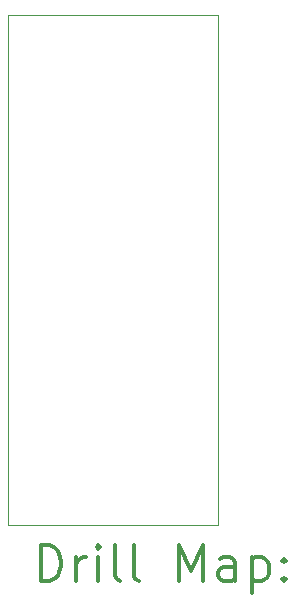
<source format=gbr>
%FSLAX45Y45*%
G04 Gerber Fmt 4.5, Leading zero omitted, Abs format (unit mm)*
G04 Created by KiCad (PCBNEW (5.1.5)-3) date 2020-04-12 12:52:30*
%MOMM*%
%LPD*%
G04 APERTURE LIST*
%TA.AperFunction,Profile*%
%ADD10C,0.100000*%
%TD*%
%ADD11C,0.200000*%
%ADD12C,0.300000*%
G04 APERTURE END LIST*
D10*
X13817600Y-6743700D02*
X13817600Y-11061700D01*
X15595600Y-6743700D02*
X13817600Y-6743700D01*
X15595600Y-11061700D02*
X15595600Y-6743700D01*
X13817600Y-11061700D02*
X15595600Y-11061700D01*
D11*
D12*
X14099028Y-11532414D02*
X14099028Y-11232414D01*
X14170457Y-11232414D01*
X14213314Y-11246700D01*
X14241886Y-11275271D01*
X14256171Y-11303843D01*
X14270457Y-11360986D01*
X14270457Y-11403843D01*
X14256171Y-11460986D01*
X14241886Y-11489557D01*
X14213314Y-11518129D01*
X14170457Y-11532414D01*
X14099028Y-11532414D01*
X14399028Y-11532414D02*
X14399028Y-11332414D01*
X14399028Y-11389557D02*
X14413314Y-11360986D01*
X14427600Y-11346700D01*
X14456171Y-11332414D01*
X14484743Y-11332414D01*
X14584743Y-11532414D02*
X14584743Y-11332414D01*
X14584743Y-11232414D02*
X14570457Y-11246700D01*
X14584743Y-11260986D01*
X14599028Y-11246700D01*
X14584743Y-11232414D01*
X14584743Y-11260986D01*
X14770457Y-11532414D02*
X14741886Y-11518129D01*
X14727600Y-11489557D01*
X14727600Y-11232414D01*
X14927600Y-11532414D02*
X14899028Y-11518129D01*
X14884743Y-11489557D01*
X14884743Y-11232414D01*
X15270457Y-11532414D02*
X15270457Y-11232414D01*
X15370457Y-11446700D01*
X15470457Y-11232414D01*
X15470457Y-11532414D01*
X15741886Y-11532414D02*
X15741886Y-11375271D01*
X15727600Y-11346700D01*
X15699028Y-11332414D01*
X15641886Y-11332414D01*
X15613314Y-11346700D01*
X15741886Y-11518129D02*
X15713314Y-11532414D01*
X15641886Y-11532414D01*
X15613314Y-11518129D01*
X15599028Y-11489557D01*
X15599028Y-11460986D01*
X15613314Y-11432414D01*
X15641886Y-11418129D01*
X15713314Y-11418129D01*
X15741886Y-11403843D01*
X15884743Y-11332414D02*
X15884743Y-11632414D01*
X15884743Y-11346700D02*
X15913314Y-11332414D01*
X15970457Y-11332414D01*
X15999028Y-11346700D01*
X16013314Y-11360986D01*
X16027600Y-11389557D01*
X16027600Y-11475271D01*
X16013314Y-11503843D01*
X15999028Y-11518129D01*
X15970457Y-11532414D01*
X15913314Y-11532414D01*
X15884743Y-11518129D01*
X16156171Y-11503843D02*
X16170457Y-11518129D01*
X16156171Y-11532414D01*
X16141886Y-11518129D01*
X16156171Y-11503843D01*
X16156171Y-11532414D01*
X16156171Y-11346700D02*
X16170457Y-11360986D01*
X16156171Y-11375271D01*
X16141886Y-11360986D01*
X16156171Y-11346700D01*
X16156171Y-11375271D01*
M02*

</source>
